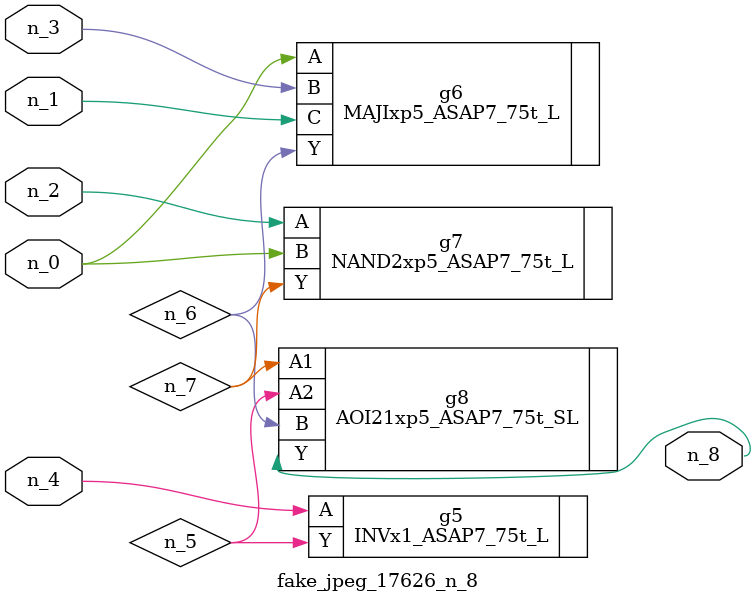
<source format=v>
module fake_jpeg_17626_n_8 (n_3, n_2, n_1, n_0, n_4, n_8);

input n_3;
input n_2;
input n_1;
input n_0;
input n_4;

output n_8;

wire n_6;
wire n_5;
wire n_7;

INVx1_ASAP7_75t_L g5 ( 
.A(n_4),
.Y(n_5)
);

MAJIxp5_ASAP7_75t_L g6 ( 
.A(n_0),
.B(n_3),
.C(n_1),
.Y(n_6)
);

NAND2xp5_ASAP7_75t_L g7 ( 
.A(n_2),
.B(n_0),
.Y(n_7)
);

AOI21xp5_ASAP7_75t_SL g8 ( 
.A1(n_7),
.A2(n_5),
.B(n_6),
.Y(n_8)
);


endmodule
</source>
